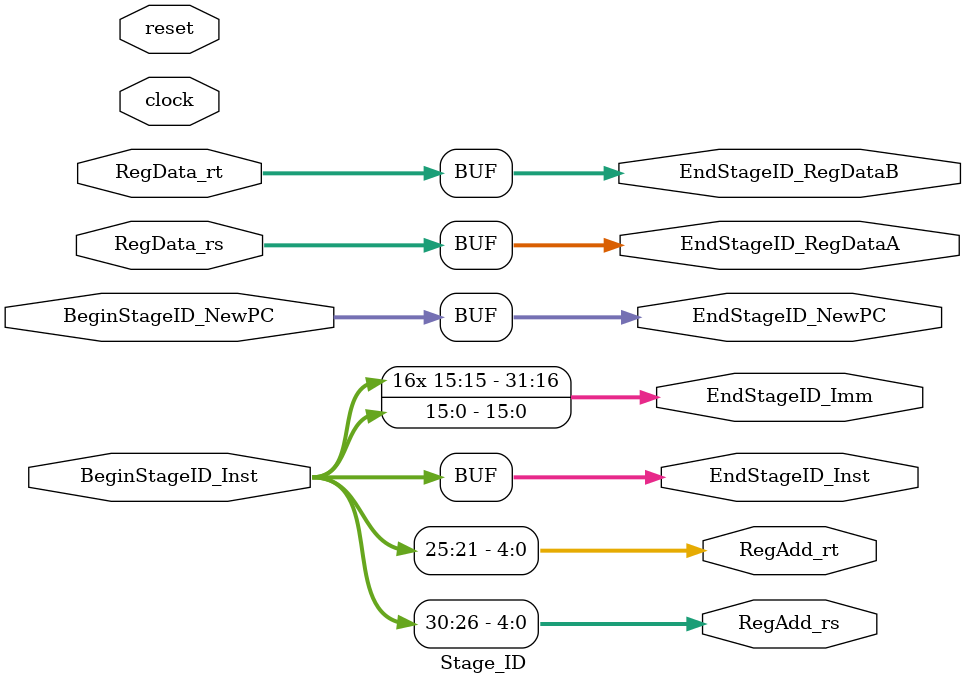
<source format=v>
`timescale 1ns / 1ps
module Stage_ID(
	input wire clock,
	input wire reset,
	
	input wire [31:0] BeginStageID_Inst,
	input wire [31:0] BeginStageID_NewPC,
	
	output wire [4:0] RegAdd_rs,
	output wire [4:0] RegAdd_rt,
	
	input wire [31:0] RegData_rs,
	input wire [31:0] RegData_rt,
	
	output wire [31:0] EndStageID_Inst,
	output wire [31:0] EndStageID_NewPC,
	output reg [31:0] EndStageID_RegDataA,
	output reg [31:0] EndStageID_RegDataB,
	output wire [31:0] EndStageID_Imm
	);
	
	assign EndStageID_Inst = BeginStageID_Inst;
	assign EndStageID_NewPC = BeginStageID_NewPC;
	
	assign RegAdd_rs = BeginStageID_Inst[31:26];
	assign RegAdd_rt = BeginStageID_Inst[25:21];
	
	assign EndStageID_RegDataA = RegData_rs;
	assign EndStageID_RegDataB = RegData_rt;
	assign EndStageID_Imm = {{16{BeginStageID_Inst[15]}}, BeginStageID_Inst[15:0]};
	
endmodule

</source>
